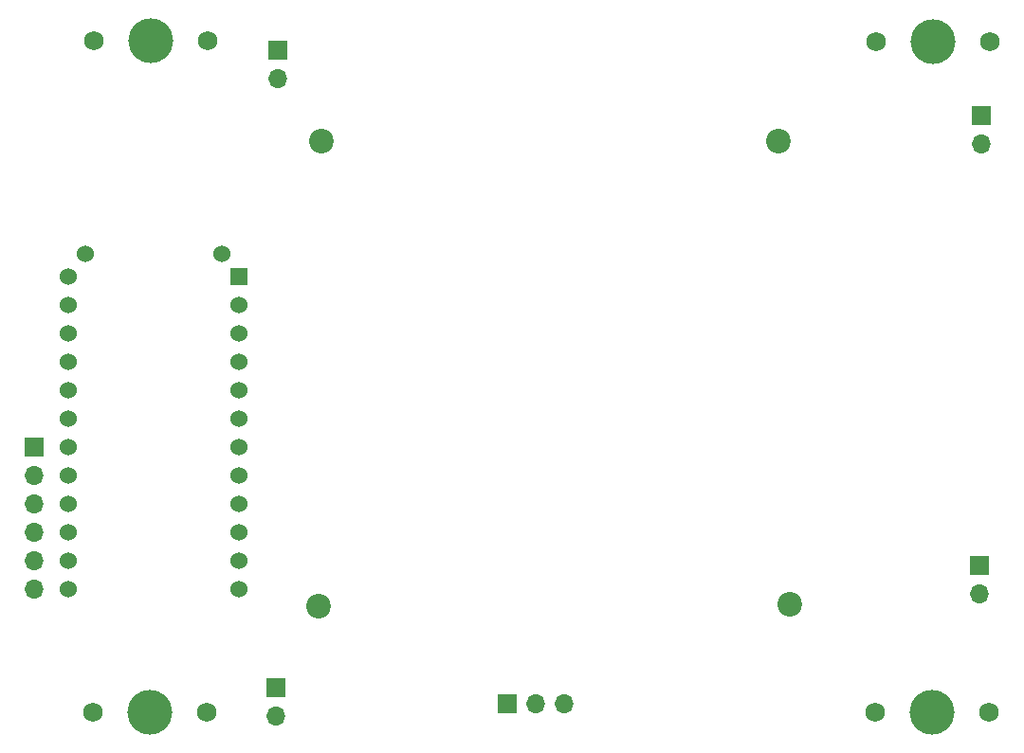
<source format=gbr>
%TF.GenerationSoftware,KiCad,Pcbnew,(6.0.1)*%
%TF.CreationDate,2022-07-08T00:12:44-07:00*%
%TF.ProjectId,OpenEx Rev2,4f70656e-4578-4205-9265-76322e6b6963,rev?*%
%TF.SameCoordinates,Original*%
%TF.FileFunction,Soldermask,Top*%
%TF.FilePolarity,Negative*%
%FSLAX46Y46*%
G04 Gerber Fmt 4.6, Leading zero omitted, Abs format (unit mm)*
G04 Created by KiCad (PCBNEW (6.0.1)) date 2022-07-08 00:12:44*
%MOMM*%
%LPD*%
G01*
G04 APERTURE LIST*
%ADD10R,1.700000X1.700000*%
%ADD11O,1.700000X1.700000*%
%ADD12C,2.200000*%
%ADD13C,1.750000*%
%ADD14C,4.000000*%
%ADD15C,1.524000*%
%ADD16R,1.524000X1.524000*%
G04 APERTURE END LIST*
D10*
%TO.C,REF\u002A\u002A*%
X73761600Y-96418400D03*
D11*
X73761600Y-98958400D03*
X73761600Y-101498400D03*
X73761600Y-104038400D03*
X73761600Y-106578400D03*
X73761600Y-109118400D03*
%TD*%
D12*
%TO.C,REF\u002A\u002A*%
X99415600Y-69024127D03*
%TD*%
%TO.C,REF\u002A\u002A*%
X141224000Y-110476927D03*
%TD*%
D13*
%TO.C,REF\u002A\u002A*%
X79095600Y-60045600D03*
X89255600Y-60045600D03*
D14*
X84175600Y-60045600D03*
%TD*%
D10*
%TO.C,REF\u002A\u002A*%
X95554800Y-60960000D03*
D11*
X95554800Y-63500000D03*
%TD*%
D10*
%TO.C,REF\u002A\u002A*%
X116027200Y-119329200D03*
D11*
X118567200Y-119329200D03*
X121107200Y-119329200D03*
%TD*%
D12*
%TO.C,REF\u002A\u002A*%
X99161600Y-110629327D03*
%TD*%
D10*
%TO.C,REF\u002A\u002A*%
X158343600Y-66751200D03*
D11*
X158343600Y-69291200D03*
%TD*%
D13*
%TO.C,REF\u002A\u002A*%
X89204800Y-120142000D03*
D14*
X84124800Y-120142000D03*
D13*
X79044800Y-120142000D03*
%TD*%
D12*
%TO.C,REF\u002A\u002A*%
X140258800Y-69024127D03*
%TD*%
D10*
%TO.C,REF\u002A\u002A*%
X95402400Y-117906800D03*
D11*
X95402400Y-120446800D03*
%TD*%
D13*
%TO.C,REF\u002A\u002A*%
X159105600Y-60198000D03*
D14*
X154025600Y-60198000D03*
D13*
X148945600Y-60198000D03*
%TD*%
%TO.C,REF\u002A\u002A*%
X159004000Y-120142000D03*
D14*
X153924000Y-120142000D03*
D13*
X148844000Y-120142000D03*
%TD*%
D10*
%TO.C,REF\u002A\u002A*%
X158191200Y-106984800D03*
D11*
X158191200Y-109524800D03*
%TD*%
D15*
%TO.C,U1*%
X90525600Y-79101150D03*
D16*
X92049600Y-81133150D03*
D15*
X92049600Y-83673150D03*
X92049600Y-86213150D03*
X92049600Y-88753150D03*
X92049600Y-91293150D03*
X92049600Y-93833150D03*
X92049600Y-96373150D03*
X92049600Y-98913150D03*
X92049600Y-101453150D03*
X92049600Y-103993150D03*
X92049600Y-106533150D03*
X92049600Y-109073150D03*
X76809600Y-109073150D03*
X76809600Y-106533150D03*
X76809600Y-103993150D03*
X76809600Y-101453150D03*
X76809600Y-98913150D03*
X76809600Y-96373150D03*
X76809600Y-93833150D03*
X76809600Y-91293150D03*
X76809600Y-88753150D03*
X76809600Y-86213150D03*
X76809600Y-83673150D03*
X76809600Y-81133150D03*
X78333600Y-79101150D03*
%TD*%
M02*

</source>
